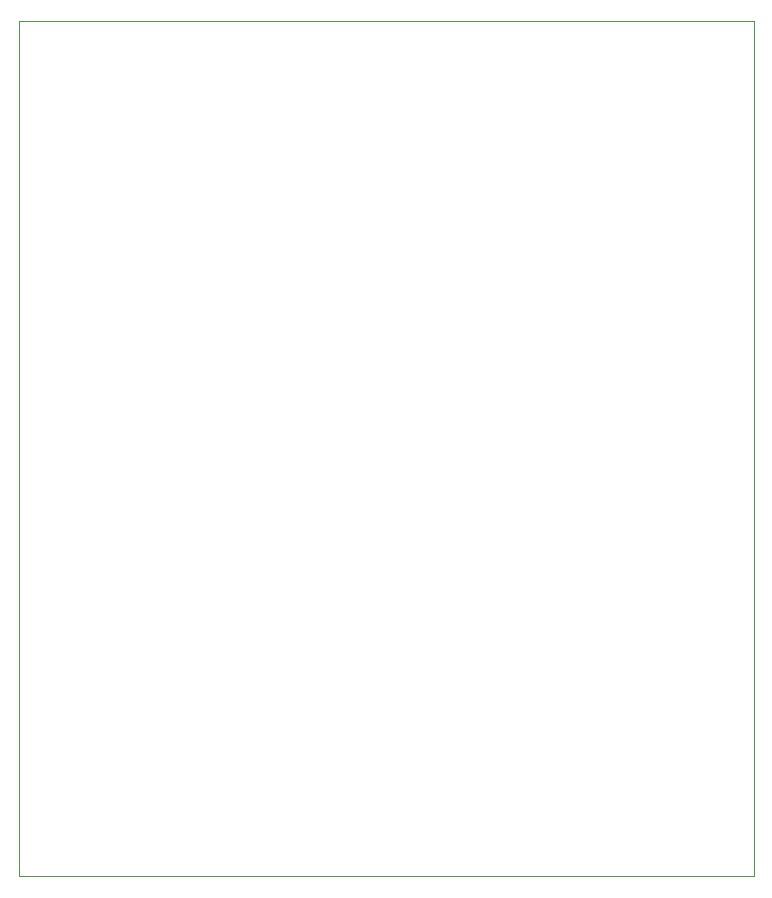
<source format=gbr>
%TF.GenerationSoftware,KiCad,Pcbnew,(5.1.10)-1*%
%TF.CreationDate,2022-04-03T22:30:19-03:00*%
%TF.ProjectId,ESP32_nFR24L01,45535033-325f-46e4-9652-32344c30312e,rev?*%
%TF.SameCoordinates,Original*%
%TF.FileFunction,Profile,NP*%
%FSLAX46Y46*%
G04 Gerber Fmt 4.6, Leading zero omitted, Abs format (unit mm)*
G04 Created by KiCad (PCBNEW (5.1.10)-1) date 2022-04-03 22:30:19*
%MOMM*%
%LPD*%
G01*
G04 APERTURE LIST*
%TA.AperFunction,Profile*%
%ADD10C,0.050000*%
%TD*%
G04 APERTURE END LIST*
D10*
X114300000Y-130810000D02*
X114300000Y-58420000D01*
X176530000Y-130810000D02*
X114300000Y-130810000D01*
X176530000Y-58420000D02*
X176530000Y-130810000D01*
X114300000Y-58420000D02*
X176530000Y-58420000D01*
M02*

</source>
